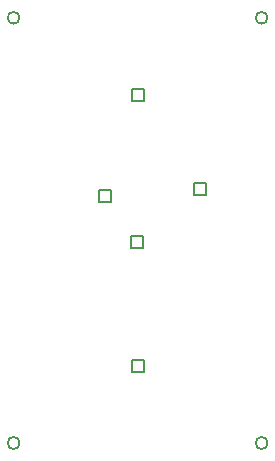
<source format=gbr>
G04*
G04 #@! TF.GenerationSoftware,Altium Limited,Altium Designer,23.10.1 (27)*
G04*
G04 Layer_Color=2752767*
%FSLAX44Y44*%
%MOMM*%
G71*
G04*
G04 #@! TF.SameCoordinates,C40AB362-5B66-420F-9F68-920D16D289EC*
G04*
G04*
G04 #@! TF.FilePolarity,Positive*
G04*
G01*
G75*
%ADD12C,0.1270*%
%ADD32C,0.1693*%
D12*
X92416Y224320D02*
Y234480D01*
X102576D01*
Y224320D01*
X92416D01*
X119380Y185420D02*
Y195580D01*
X129540D01*
Y185420D01*
X119380D01*
X172720Y229870D02*
Y240030D01*
X182880D01*
Y229870D01*
X172720D01*
X119920Y309920D02*
Y320080D01*
X130080D01*
Y309920D01*
X119920D01*
Y79920D02*
Y90080D01*
X130080D01*
Y79920D01*
X119920D01*
D32*
X235080Y380000D02*
G03*
X235080Y380000I-5080J0D01*
G01*
X25080D02*
G03*
X25080Y380000I-5080J0D01*
G01*
X235080Y20000D02*
G03*
X235080Y20000I-5080J0D01*
G01*
X25080D02*
G03*
X25080Y20000I-5080J0D01*
G01*
M02*

</source>
